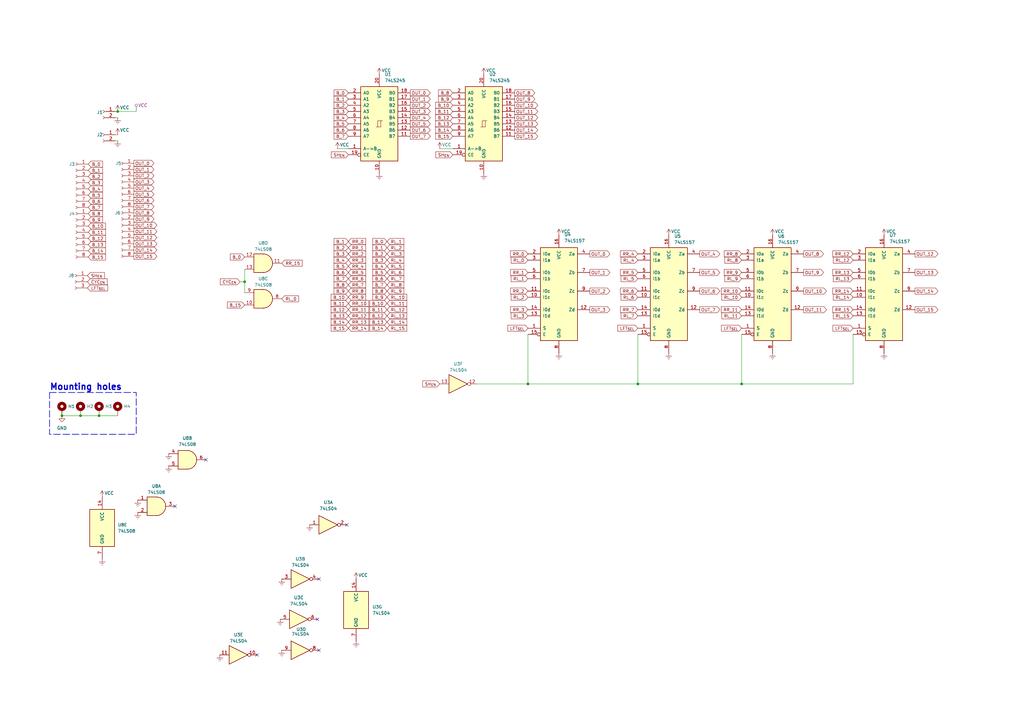
<source format=kicad_sch>
(kicad_sch (version 20231120) (generator "eeschema") (generator_version "8.0")
  (paper "A3")
  (lib_symbols
    (symbol "74xx:74LS04"
      (property "Reference" "U" (at 0 1.27 0))
      (property "Value" "74LS04" (at 0 -1.27 0))
      (symbol "74LS04_1_0"
        (pin input line (at -7.62 0 0) (length 3.81) (name "~") (number "1"))
        (pin output inverted (at 7.62 0 180) (length 3.81) (name "~") (number "2"))
      )
      (symbol "74LS04_2_0"
        (pin input line (at -7.62 0 0) (length 3.81) (name "~") (number "3"))
        (pin output inverted (at 7.62 0 180) (length 3.81) (name "~") (number "4"))
      )
      (symbol "74LS04_3_0"
        (pin input line (at -7.62 0 0) (length 3.81) (name "~") (number "5"))
        (pin output inverted (at 7.62 0 180) (length 3.81) (name "~") (number "6"))
      )
      (symbol "74LS04_4_0"
        (pin output inverted (at 7.62 0 180) (length 3.81) (name "~") (number "8"))
        (pin input line (at -7.62 0 0) (length 3.81) (name "~") (number "9"))
      )
      (symbol "74LS04_5_0"
        (pin output inverted (at 7.62 0 180) (length 3.81) (name "~") (number "10"))
        (pin input line (at -7.62 0 0) (length 3.81) (name "~") (number "11"))
      )
      (symbol "74LS04_6_0"
        (pin output inverted (at 7.62 0 180) (length 3.81) (name "~") (number "12"))
        (pin input line (at -7.62 0 0) (length 3.81) (name "~") (number "13"))
      )
      (symbol "74LS04_7_0"
        (pin power_in line (at 0 12.7 270) (length 5.08) (name "VCC") (number "14"))
        (pin power_in line (at 0 -12.7 90) (length 5.08) (name "GND") (number "7"))
      )
    )
    (symbol "74xx:74LS08" (pin_names (offset 1.016))
      (property "Reference" "U" (at 0 1.27 0))
      (property "Value" "74LS08" (at 0 -1.27 0))
      (symbol "74LS08_1_1"
        (pin input line (at -7.62 2.54 0) (length 3.81) (name "~") (number "1"))
        (pin input line (at -7.62 -2.54 0) (length 3.81) (name "~") (number "2"))
        (pin output line (at 7.62 0 180) (length 3.81) (name "~") (number "3"))
      )
      (symbol "74LS08_1_2"
        (pin input inverted (at -7.62 2.54 0) (length 4.318) (name "~") (number "1"))
        (pin input inverted (at -7.62 -2.54 0) (length 4.318) (name "~") (number "2"))
        (pin output inverted (at 7.62 0 180) (length 3.81) (name "~") (number "3"))
      )
      (symbol "74LS08_2_1"
        (pin input line (at -7.62 2.54 0) (length 3.81) (name "~") (number "4"))
        (pin input line (at -7.62 -2.54 0) (length 3.81) (name "~") (number "5"))
        (pin output line (at 7.62 0 180) (length 3.81) (name "~") (number "6"))
      )
      (symbol "74LS08_2_2"
        (pin input inverted (at -7.62 2.54 0) (length 4.318) (name "~") (number "4"))
        (pin input inverted (at -7.62 -2.54 0) (length 4.318) (name "~") (number "5"))
        (pin output inverted (at 7.62 0 180) (length 3.81) (name "~") (number "6"))
      )
      (symbol "74LS08_3_1"
        (pin input line (at -7.62 -2.54 0) (length 3.81) (name "~") (number "10"))
        (pin output line (at 7.62 0 180) (length 3.81) (name "~") (number "8"))
        (pin input line (at -7.62 2.54 0) (length 3.81) (name "~") (number "9"))
      )
      (symbol "74LS08_3_2"
        (pin input inverted (at -7.62 -2.54 0) (length 4.318) (name "~") (number "10"))
        (pin output inverted (at 7.62 0 180) (length 3.81) (name "~") (number "8"))
        (pin input inverted (at -7.62 2.54 0) (length 4.318) (name "~") (number "9"))
      )
      (symbol "74LS08_4_1"
        (pin output line (at 7.62 0 180) (length 3.81) (name "~") (number "11"))
        (pin input line (at -7.62 2.54 0) (length 3.81) (name "~") (number "12"))
        (pin input line (at -7.62 -2.54 0) (length 3.81) (name "~") (number "13"))
      )
      (symbol "74LS08_4_2"
        (pin output inverted (at 7.62 0 180) (length 3.81) (name "~") (number "11"))
        (pin input inverted (at -7.62 2.54 0) (length 4.318) (name "~") (number "12"))
        (pin input inverted (at -7.62 -2.54 0) (length 4.318) (name "~") (number "13"))
      )
      (symbol "74LS08_5_0"
        (pin power_in line (at 0 12.7 270) (length 5.08) (name "VCC") (number "14"))
        (pin power_in line (at 0 -12.7 90) (length 5.08) (name "GND") (number "7"))
      )
    )
    (symbol "74xx:74LS157" (pin_names (offset 1.016))
      (property "Reference" "U" (at -7.62 19.05 0))
      (property "Value" "74LS157" (at -7.62 -21.59 0))
      (symbol "74LS157_1_0"
        (pin input line (at -12.7 -15.24 0) (length 5.08) (name "S") (number "1"))
        (pin input line (at -12.7 -2.54 0) (length 5.08) (name "I1c") (number "10"))
        (pin input line (at -12.7 0 0) (length 5.08) (name "I0c") (number "11"))
        (pin output line (at 12.7 -7.62 180) (length 5.08) (name "Zd") (number "12"))
        (pin input line (at -12.7 -10.16 0) (length 5.08) (name "I1d") (number "13"))
        (pin input line (at -12.7 -7.62 0) (length 5.08) (name "I0d") (number "14"))
        (pin input inverted (at -12.7 -17.78 0) (length 5.08) (name "E") (number "15"))
        (pin power_in line (at 0 22.86 270) (length 5.08) (name "VCC") (number "16"))
        (pin input line (at -12.7 15.24 0) (length 5.08) (name "I0a") (number "2"))
        (pin input line (at -12.7 12.7 0) (length 5.08) (name "I1a") (number "3"))
        (pin output line (at 12.7 15.24 180) (length 5.08) (name "Za") (number "4"))
        (pin input line (at -12.7 7.62 0) (length 5.08) (name "I0b") (number "5"))
        (pin input line (at -12.7 5.08 0) (length 5.08) (name "I1b") (number "6"))
        (pin output line (at 12.7 7.62 180) (length 5.08) (name "Zb") (number "7"))
        (pin power_in line (at 0 -25.4 90) (length 5.08) (name "GND") (number "8"))
        (pin output line (at 12.7 0 180) (length 5.08) (name "Zc") (number "9"))
      )
    )
    (symbol "74xx:74LS245" (pin_names (offset 1.016))
      (property "Reference" "U" (at -7.62 16.51 0))
      (property "Value" "74LS245" (at -7.62 -16.51 0))
      (symbol "74LS245_1_0"
        (pin input line (at -12.7 -10.16 0) (length 5.08) (name "A->B") (number "1"))
        (pin power_in line (at 0 -20.32 90) (length 5.08) (name "GND") (number "10"))
        (pin tri_state line (at 12.7 -5.08 180) (length 5.08) (name "B7") (number "11"))
        (pin tri_state line (at 12.7 -2.54 180) (length 5.08) (name "B6") (number "12"))
        (pin tri_state line (at 12.7 0 180) (length 5.08) (name "B5") (number "13"))
        (pin tri_state line (at 12.7 2.54 180) (length 5.08) (name "B4") (number "14"))
        (pin tri_state line (at 12.7 5.08 180) (length 5.08) (name "B3") (number "15"))
        (pin tri_state line (at 12.7 7.62 180) (length 5.08) (name "B2") (number "16"))
        (pin tri_state line (at 12.7 10.16 180) (length 5.08) (name "B1") (number "17"))
        (pin tri_state line (at 12.7 12.7 180) (length 5.08) (name "B0") (number "18"))
        (pin input inverted (at -12.7 -12.7 0) (length 5.08) (name "CE") (number "19"))
        (pin tri_state line (at -12.7 12.7 0) (length 5.08) (name "A0") (number "2"))
        (pin power_in line (at 0 20.32 270) (length 5.08) (name "VCC") (number "20"))
        (pin tri_state line (at -12.7 10.16 0) (length 5.08) (name "A1") (number "3"))
        (pin tri_state line (at -12.7 7.62 0) (length 5.08) (name "A2") (number "4"))
        (pin tri_state line (at -12.7 5.08 0) (length 5.08) (name "A3") (number "5"))
        (pin tri_state line (at -12.7 2.54 0) (length 5.08) (name "A4") (number "6"))
        (pin tri_state line (at -12.7 0 0) (length 5.08) (name "A5") (number "7"))
        (pin tri_state line (at -12.7 -2.54 0) (length 5.08) (name "A6") (number "8"))
        (pin tri_state line (at -12.7 -5.08 0) (length 5.08) (name "A7") (number "9"))
      )
    )
    (symbol "Connector:Conn_01x02_Socket" (pin_names (offset 1.016) hide)
      (property "Reference" "J" (at 0 2.54 0))
      (property "Value" "Conn_01x02_Socket" (at 0 -5.08 0))
      (symbol "Conn_01x02_Socket_1_1"
        (pin passive line (at -5.08 0 0) (length 3.81) (name "Pin_1") (number "1"))
        (pin passive line (at -5.08 -2.54 0) (length 3.81) (name "Pin_2") (number "2"))
      )
    )
    (symbol "Connector:Conn_01x03_Socket" (pin_names (offset 1.016) hide)
      (property "Reference" "J" (at 0 5.08 0))
      (property "Value" "Conn_01x03_Socket" (at 0 -5.08 0))
      (symbol "Conn_01x03_Socket_1_1"
        (pin passive line (at -5.08 2.54 0) (length 3.81) (name "Pin_1") (number "1"))
        (pin passive line (at -5.08 0 0) (length 3.81) (name "Pin_2") (number "2"))
        (pin passive line (at -5.08 -2.54 0) (length 3.81) (name "Pin_3") (number "3"))
      )
    )
    (symbol "Connector:Conn_01x08_Socket" (pin_names (offset 1.016) hide)
      (property "Reference" "J" (at 0 10.16 0))
      (property "Value" "Conn_01x08_Socket" (at 0 -12.7 0))
      (symbol "Conn_01x08_Socket_1_1"
        (pin passive line (at -5.08 7.62 0) (length 3.81) (name "Pin_1") (number "1"))
        (pin passive line (at -5.08 5.08 0) (length 3.81) (name "Pin_2") (number "2"))
        (pin passive line (at -5.08 2.54 0) (length 3.81) (name "Pin_3") (number "3"))
        (pin passive line (at -5.08 0 0) (length 3.81) (name "Pin_4") (number "4"))
        (pin passive line (at -5.08 -2.54 0) (length 3.81) (name "Pin_5") (number "5"))
        (pin passive line (at -5.08 -5.08 0) (length 3.81) (name "Pin_6") (number "6"))
        (pin passive line (at -5.08 -7.62 0) (length 3.81) (name "Pin_7") (number "7"))
        (pin passive line (at -5.08 -10.16 0) (length 3.81) (name "Pin_8") (number "8"))
      )
    )
    (symbol "Mechanical:MountingHole_Pad" (pin_numbers hide) (pin_names (offset 1.016) hide) (exclude_from_sim yes) (in_bom no)
      (property "Reference" "H" (at 0 6.35 0))
      (property "Value" "MountingHole_Pad" (at 0 4.445 0))
      (symbol "MountingHole_Pad_1_1"
        (pin input line (at 0 -2.54 90) (length 2.54) (name "1") (number "1"))
      )
    )
    (symbol "power:Earth" (power) (pin_numbers hide) (pin_names (offset 0) hide)
      (property "Value" "Earth" (at 0 -3.81 0))
      (symbol "Earth_1_1"
        (pin power_in line (at 0 0 270) (length 0) (name "~") (number "1"))
      )
    )
    (symbol "power:GND" (power) (pin_numbers hide) (pin_names (offset 0) hide)
      (property "Value" "GND" (at 0 -3.81 0))
      (symbol "GND_1_1"
        (pin power_in line (at 0 0 270) (length 0) (name "~") (number "1"))
      )
    )
    (symbol "power:VCC" (power) (pin_numbers hide) (pin_names (offset 0) hide)
      (property "Value" "VCC" (at 0 3.556 0))
      (symbol "VCC_1_1"
        (pin power_in line (at 0 0 90) (length 0) (name "~") (number "1"))
      )
    )
  )
  (junction (at 48.26 45.72))
  (junction (at 33.02 170.4975))
  (junction (at 304.165 157.48))
  (junction (at 25.4 170.4975))
  (junction (at 261.62 157.48))
  (junction (at 40.64 170.4975))
  (junction (at 216.535 157.48))
  (junction (at 100.33 115.57))
  (no_connect (at 142.24 215.265))
  (no_connect (at 130.81 237.49))
  (no_connect (at 71.755 207.645))
  (no_connect (at 84.455 188.595))
  (no_connect (at 130.175 254))
  (no_connect (at 130.81 266.7))
  (no_connect (at 105.41 268.605))
  (wire (pts (xy 48.26 45.72) (xy 55.88 45.72)))
  (wire (pts (xy 33.02 170.4975) (xy 40.64 170.4975)))
  (wire (pts (xy 216.535 157.48) (xy 216.535 137.16)))
  (wire (pts (xy 100.33 115.57) (xy 100.33 110.49)))
  (wire (pts (xy 100.33 120.015) (xy 100.33 115.57)))
  (wire (pts (xy 98.425 115.57) (xy 100.33 115.57)))
  (wire (pts (xy 216.535 157.48) (xy 261.62 157.48)))
  (wire (pts (xy 48.26 45.72) (xy 47.3075 45.72)))
  (wire (pts (xy 48.26 48.26) (xy 47.3075 48.26)))
  (wire (pts (xy 25.4 170.4975) (xy 33.02 170.4975)))
  (wire (pts (xy 48.26 57.785) (xy 47.3075 57.785)))
  (wire (pts (xy 138.43 60.96) (xy 142.875 60.96)))
  (wire (pts (xy 195.58 157.48) (xy 216.535 157.48)))
  (wire (pts (xy 40.64 170.4975) (xy 48.26 170.4975)))
  (wire (pts (xy 48.26 55.245) (xy 47.3075 55.245)))
  (wire (pts (xy 304.165 157.48) (xy 349.885 157.48)))
  (wire (pts (xy 349.885 137.16) (xy 349.885 157.48)))
  (wire (pts (xy 180.34 60.96) (xy 185.7375 60.96)))
  (wire (pts (xy 261.62 157.48) (xy 261.62 137.16)))
  (wire (pts (xy 304.165 157.48) (xy 304.165 137.16)))
  (wire (pts (xy 261.62 157.48) (xy 304.165 157.48)))
  (rectangle (start 20.32 160.9725) (end 55.88 178.1175) (stroke (width 0.254) (type dash)))
  (text "Mounting holes" (at 20.32 158.8135 0) (effects (font (size 2.54 2.54) (thickness 0.508) (bold yes)) (justify left)))
  (global_label "OUT_7" (shape output) (at 168.275 55.88 0) (property "Intersheetrefs" "${INTERSHEET_REFS}" (effects (hide yes))))
  (global_label "RL_6" (shape input) (at 261.62 121.92 180) (property "Intersheetrefs" "${INTERSHEET_REFS}" (effects (hide yes))))
  (global_label "RR_14" (shape input) (at 142.875 134.62 0) (property "Intersheetrefs" "${INTERSHEET_REFS}" (effects (hide yes))))
  (global_label "B_3" (shape input) (at 142.875 45.72 180) (property "Intersheetrefs" "${INTERSHEET_REFS}" (effects (hide yes))))
  (global_label "B_8" (shape input) (at 36.195 87.63 0) (property "Intersheetrefs" "${INTERSHEET_REFS}" (effects (hide yes))))
  (global_label "OUT_14" (shape output) (at 375.285 119.38 0) (property "Intersheetrefs" "${INTERSHEET_REFS}" (effects (hide yes))))
  (global_label "RR_6" (shape input) (at 261.62 119.38 180) (property "Intersheetrefs" "${INTERSHEET_REFS}" (effects (hide yes))))
  (global_label "OUT_4" (shape output) (at 287.02 104.14 0) (property "Intersheetrefs" "${INTERSHEET_REFS}" (effects (hide yes))))
  (global_label "B_10" (shape input) (at 36.195 92.71 0) (property "Intersheetrefs" "${INTERSHEET_REFS}" (effects (hide yes))))
  (global_label "OUT_12" (shape output) (at 54.9275 97.4725 0) (property "Intersheetrefs" "${INTERSHEET_REFS}" (effects (hide yes))))
  (global_label "B_13" (shape input) (at 142.875 129.54 180) (property "Intersheetrefs" "${INTERSHEET_REFS}" (effects (hide yes))))
  (global_label "B_7" (shape input) (at 142.875 55.88 180) (property "Intersheetrefs" "${INTERSHEET_REFS}" (effects (hide yes))))
  (global_label "RR_8" (shape input) (at 304.165 104.14 180) (property "Intersheetrefs" "${INTERSHEET_REFS}" (effects (hide yes))))
  (global_label "SH_{EN}" (shape input) (at 142.875 63.5 180) (property "Intersheetrefs" "${INTERSHEET_REFS}" (effects (hide yes))))
  (global_label "B_13" (shape input) (at 185.7375 50.8 180) (property "Intersheetrefs" "${INTERSHEET_REFS}" (effects (hide yes))))
  (global_label "B_11" (shape input) (at 185.7375 45.72 180) (property "Intersheetrefs" "${INTERSHEET_REFS}" (effects (hide yes))))
  (global_label "OUT_1" (shape output) (at 241.935 111.76 0) (property "Intersheetrefs" "${INTERSHEET_REFS}" (effects (hide yes))))
  (global_label "RL_1" (shape input) (at 158.75 99.06 0) (property "Intersheetrefs" "${INTERSHEET_REFS}" (effects (hide yes))))
  (global_label "LFT_{SEL}" (shape input) (at 35.8775 118.11 0) (property "Intersheetrefs" "${INTERSHEET_REFS}" (effects (hide yes))))
  (global_label "RR_15" (shape input) (at 115.57 107.95 0) (property "Intersheetrefs" "${INTERSHEET_REFS}" (effects (hide yes))))
  (global_label "OUT_5" (shape output) (at 54.9275 79.6925 0) (property "Intersheetrefs" "${INTERSHEET_REFS}" (effects (hide yes))))
  (global_label "B_1" (shape input) (at 36.195 69.85 0) (property "Intersheetrefs" "${INTERSHEET_REFS}" (effects (hide yes))))
  (global_label "B_1" (shape input) (at 142.875 40.64 180) (property "Intersheetrefs" "${INTERSHEET_REFS}" (effects (hide yes))))
  (global_label "RL_10" (shape input) (at 304.165 121.92 180) (property "Intersheetrefs" "${INTERSHEET_REFS}" (effects (hide yes))))
  (global_label "RR_9" (shape input) (at 304.165 111.76 180) (property "Intersheetrefs" "${INTERSHEET_REFS}" (effects (hide yes))))
  (global_label "RL_2" (shape input) (at 158.75 101.6 0) (property "Intersheetrefs" "${INTERSHEET_REFS}" (effects (hide yes))))
  (global_label "LFT_{SEL}" (shape input) (at 216.535 134.62 180) (property "Intersheetrefs" "${INTERSHEET_REFS}" (effects (hide yes))))
  (global_label "B_11" (shape input) (at 36.195 95.25 0) (property "Intersheetrefs" "${INTERSHEET_REFS}" (effects (hide yes))))
  (global_label "RL_5" (shape input) (at 261.62 114.3 180) (property "Intersheetrefs" "${INTERSHEET_REFS}" (effects (hide yes))))
  (global_label "LFT_{SEL}" (shape input) (at 349.885 134.62 180) (property "Intersheetrefs" "${INTERSHEET_REFS}" (effects (hide yes))))
  (global_label "B_11" (shape input) (at 142.875 124.46 180) (property "Intersheetrefs" "${INTERSHEET_REFS}" (effects (hide yes))))
  (global_label "B_15" (shape input) (at 142.875 134.62 180) (property "Intersheetrefs" "${INTERSHEET_REFS}" (effects (hide yes))))
  (global_label "B_15" (shape input) (at 185.7375 55.88 180) (property "Intersheetrefs" "${INTERSHEET_REFS}" (effects (hide yes))))
  (global_label "RL_4" (shape input) (at 158.75 106.68 0) (property "Intersheetrefs" "${INTERSHEET_REFS}" (effects (hide yes))))
  (global_label "RR_13" (shape input) (at 349.885 111.76 180) (property "Intersheetrefs" "${INTERSHEET_REFS}" (effects (hide yes))))
  (global_label "RL_12" (shape input) (at 158.75 127 0) (property "Intersheetrefs" "${INTERSHEET_REFS}" (effects (hide yes))))
  (global_label "RR_10" (shape input) (at 142.875 124.46 0) (property "Intersheetrefs" "${INTERSHEET_REFS}" (effects (hide yes))))
  (global_label "RR_2" (shape input) (at 142.875 104.14 0) (property "Intersheetrefs" "${INTERSHEET_REFS}" (effects (hide yes))))
  (global_label "B_7" (shape input) (at 142.875 114.3 180) (property "Intersheetrefs" "${INTERSHEET_REFS}" (effects (hide yes))))
  (global_label "B_13" (shape input) (at 36.195 100.33 0) (property "Intersheetrefs" "${INTERSHEET_REFS}" (effects (hide yes))))
  (global_label "RR_12" (shape input) (at 142.875 129.54 0) (property "Intersheetrefs" "${INTERSHEET_REFS}" (effects (hide yes))))
  (global_label "RR_0" (shape input) (at 142.875 99.06 0) (property "Intersheetrefs" "${INTERSHEET_REFS}" (effects (hide yes))))
  (global_label "SH_{EN}" (shape input) (at 180.34 157.48 180) (property "Intersheetrefs" "${INTERSHEET_REFS}" (effects (hide yes))))
  (global_label "B_4" (shape input) (at 36.195 77.47 0) (property "Intersheetrefs" "${INTERSHEET_REFS}" (effects (hide yes))))
  (global_label "OUT_7" (shape output) (at 287.02 127 0) (property "Intersheetrefs" "${INTERSHEET_REFS}" (effects (hide yes))))
  (global_label "OUT_10" (shape output) (at 54.9275 92.3925 0) (property "Intersheetrefs" "${INTERSHEET_REFS}" (effects (hide yes))))
  (global_label "RL_0" (shape input) (at 115.57 122.555 0) (property "Intersheetrefs" "${INTERSHEET_REFS}" (effects (hide yes))))
  (global_label "RR_1" (shape input) (at 216.535 111.76 180) (property "Intersheetrefs" "${INTERSHEET_REFS}" (effects (hide yes))))
  (global_label "OUT_3" (shape output) (at 54.9275 74.6125 0) (property "Intersheetrefs" "${INTERSHEET_REFS}" (effects (hide yes))))
  (global_label "RR_11" (shape input) (at 142.875 127 0) (property "Intersheetrefs" "${INTERSHEET_REFS}" (effects (hide yes))))
  (global_label "RR_10" (shape input) (at 304.165 119.38 180) (property "Intersheetrefs" "${INTERSHEET_REFS}" (effects (hide yes))))
  (global_label "RL_5" (shape input) (at 158.75 109.22 0) (property "Intersheetrefs" "${INTERSHEET_REFS}" (effects (hide yes))))
  (global_label "RL_14" (shape input) (at 158.75 132.08 0) (property "Intersheetrefs" "${INTERSHEET_REFS}" (effects (hide yes))))
  (global_label "B_12" (shape input) (at 158.75 129.54 180) (property "Intersheetrefs" "${INTERSHEET_REFS}" (effects (hide yes))))
  (global_label "B_6" (shape input) (at 142.875 111.76 180) (property "Intersheetrefs" "${INTERSHEET_REFS}" (effects (hide yes))))
  (global_label "RL_7" (shape input) (at 158.75 114.3 0) (property "Intersheetrefs" "${INTERSHEET_REFS}" (effects (hide yes))))
  (global_label "B_6" (shape input) (at 36.195 82.55 0) (property "Intersheetrefs" "${INTERSHEET_REFS}" (effects (hide yes))))
  (global_label "B_2" (shape input) (at 142.875 43.18 180) (property "Intersheetrefs" "${INTERSHEET_REFS}" (effects (hide yes))))
  (global_label "RR_0" (shape input) (at 216.535 104.14 180) (property "Intersheetrefs" "${INTERSHEET_REFS}" (effects (hide yes))))
  (global_label "B_4" (shape input) (at 142.875 106.68 180) (property "Intersheetrefs" "${INTERSHEET_REFS}" (effects (hide yes))))
  (global_label "RL_0" (shape input) (at 216.535 106.68 180) (property "Intersheetrefs" "${INTERSHEET_REFS}" (effects (hide yes))))
  (global_label "B_14" (shape input) (at 36.195 102.87 0) (property "Intersheetrefs" "${INTERSHEET_REFS}" (effects (hide yes))))
  (global_label "B_14" (shape input) (at 142.875 132.08 180) (property "Intersheetrefs" "${INTERSHEET_REFS}" (effects (hide yes))))
  (global_label "B_13" (shape input) (at 158.75 132.08 180) (property "Intersheetrefs" "${INTERSHEET_REFS}" (effects (hide yes))))
  (global_label "B_8" (shape input) (at 142.875 116.84 180) (property "Intersheetrefs" "${INTERSHEET_REFS}" (effects (hide yes))))
  (global_label "RR_7" (shape input) (at 142.875 116.84 0) (property "Intersheetrefs" "${INTERSHEET_REFS}" (effects (hide yes))))
  (global_label "B_5" (shape input) (at 158.75 111.76 180) (property "Intersheetrefs" "${INTERSHEET_REFS}" (effects (hide yes))))
  (global_label "B_4" (shape input) (at 142.875 48.26 180) (property "Intersheetrefs" "${INTERSHEET_REFS}" (effects (hide yes))))
  (global_label "B_5" (shape input) (at 142.875 109.22 180) (property "Intersheetrefs" "${INTERSHEET_REFS}" (effects (hide yes))))
  (global_label "RR_5" (shape input) (at 261.62 111.76 180) (property "Intersheetrefs" "${INTERSHEET_REFS}" (effects (hide yes))))
  (global_label "RL_13" (shape input) (at 349.885 114.3 180) (property "Intersheetrefs" "${INTERSHEET_REFS}" (effects (hide yes))))
  (global_label "B_1" (shape input) (at 158.75 101.6 180) (property "Intersheetrefs" "${INTERSHEET_REFS}" (effects (hide yes))))
  (global_label "RL_9" (shape input) (at 304.165 114.3 180) (property "Intersheetrefs" "${INTERSHEET_REFS}" (effects (hide yes))))
  (global_label "OUT_9" (shape output) (at 54.9275 89.8525 0) (property "Intersheetrefs" "${INTERSHEET_REFS}" (effects (hide yes))))
  (global_label "OUT_12" (shape output) (at 211.1375 48.26 0) (property "Intersheetrefs" "${INTERSHEET_REFS}" (effects (hide yes))))
  (global_label "RR_13" (shape input) (at 142.875 132.08 0) (property "Intersheetrefs" "${INTERSHEET_REFS}" (effects (hide yes))))
  (global_label "B_12" (shape input) (at 36.195 97.79 0) (property "Intersheetrefs" "${INTERSHEET_REFS}" (effects (hide yes))))
  (global_label "OUT_9" (shape output) (at 329.565 111.76 0) (property "Intersheetrefs" "${INTERSHEET_REFS}" (effects (hide yes))))
  (global_label "OUT_4" (shape output) (at 168.275 48.26 0) (property "Intersheetrefs" "${INTERSHEET_REFS}" (effects (hide yes))))
  (global_label "RR_3" (shape input) (at 216.535 127 180) (property "Intersheetrefs" "${INTERSHEET_REFS}" (effects (hide yes))))
  (global_label "B_3" (shape input) (at 158.75 106.68 180) (property "Intersheetrefs" "${INTERSHEET_REFS}" (effects (hide yes))))
  (global_label "B_9" (shape input) (at 158.75 121.92 180) (property "Intersheetrefs" "${INTERSHEET_REFS}" (effects (hide yes))))
  (global_label "CYC_{EN}" (shape input) (at 35.8775 115.57 0) (property "Intersheetrefs" "${INTERSHEET_REFS}" (effects (hide yes))))
  (global_label "RL_3" (shape input) (at 216.535 129.54 180) (property "Intersheetrefs" "${INTERSHEET_REFS}" (effects (hide yes))))
  (global_label "RL_9" (shape input) (at 158.75 119.38 0) (property "Intersheetrefs" "${INTERSHEET_REFS}" (effects (hide yes))))
  (global_label "B_10" (shape input) (at 142.875 121.92 180) (property "Intersheetrefs" "${INTERSHEET_REFS}" (effects (hide yes))))
  (global_label "RR_9" (shape input) (at 142.875 121.92 0) (property "Intersheetrefs" "${INTERSHEET_REFS}" (effects (hide yes))))
  (global_label "RR_3" (shape input) (at 142.875 106.68 0) (property "Intersheetrefs" "${INTERSHEET_REFS}" (effects (hide yes))))
  (global_label "OUT_15" (shape output) (at 211.1375 55.88 0) (property "Intersheetrefs" "${INTERSHEET_REFS}" (effects (hide yes))))
  (global_label "OUT_6" (shape output) (at 287.02 119.38 0) (property "Intersheetrefs" "${INTERSHEET_REFS}" (effects (hide yes))))
  (global_label "B_11" (shape input) (at 158.75 127 180) (property "Intersheetrefs" "${INTERSHEET_REFS}" (effects (hide yes))))
  (global_label "B_9" (shape input) (at 185.7375 40.64 180) (property "Intersheetrefs" "${INTERSHEET_REFS}" (effects (hide yes))))
  (global_label "OUT_1" (shape output) (at 54.9275 69.5325 0) (property "Intersheetrefs" "${INTERSHEET_REFS}" (effects (hide yes))))
  (global_label "B_14" (shape input) (at 158.75 134.62 180) (property "Intersheetrefs" "${INTERSHEET_REFS}" (effects (hide yes))))
  (global_label "B_0" (shape input) (at 142.875 38.1 180) (property "Intersheetrefs" "${INTERSHEET_REFS}" (effects (hide yes))))
  (global_label "B_2" (shape input) (at 158.75 104.14 180) (property "Intersheetrefs" "${INTERSHEET_REFS}" (effects (hide yes))))
  (global_label "OUT_8" (shape output) (at 211.1375 38.1 0) (property "Intersheetrefs" "${INTERSHEET_REFS}" (effects (hide yes))))
  (global_label "B_9" (shape input) (at 36.195 90.17 0) (property "Intersheetrefs" "${INTERSHEET_REFS}" (effects (hide yes))))
  (global_label "RL_11" (shape input) (at 158.75 124.46 0) (property "Intersheetrefs" "${INTERSHEET_REFS}" (effects (hide yes))))
  (global_label "OUT_6" (shape output) (at 168.275 53.34 0) (property "Intersheetrefs" "${INTERSHEET_REFS}" (effects (hide yes))))
  (global_label "B_3" (shape input) (at 36.195 74.93 0) (property "Intersheetrefs" "${INTERSHEET_REFS}" (effects (hide yes))))
  (global_label "OUT_3" (shape output) (at 241.935 127 0) (property "Intersheetrefs" "${INTERSHEET_REFS}" (effects (hide yes))))
  (global_label "RL_8" (shape input) (at 158.75 116.84 0) (property "Intersheetrefs" "${INTERSHEET_REFS}" (effects (hide yes))))
  (global_label "CYC_{EN}" (shape input) (at 98.425 115.57 180) (property "Intersheetrefs" "${INTERSHEET_REFS}" (effects (hide yes))))
  (global_label "RL_12" (shape input) (at 349.885 106.68 180) (property "Intersheetrefs" "${INTERSHEET_REFS}" (effects (hide yes))))
  (global_label "RR_4" (shape input) (at 142.875 109.22 0) (property "Intersheetrefs" "${INTERSHEET_REFS}" (effects (hide yes))))
  (global_label "RL_1" (shape input) (at 216.535 114.3 180) (property "Intersheetrefs" "${INTERSHEET_REFS}" (effects (hide yes))))
  (global_label "B_10" (shape input) (at 158.75 124.46 180) (property "Intersheetrefs" "${INTERSHEET_REFS}" (effects (hide yes))))
  (global_label "B_9" (shape input) (at 142.875 119.38 180) (property "Intersheetrefs" "${INTERSHEET_REFS}" (effects (hide yes))))
  (global_label "B_6" (shape input) (at 142.875 53.34 180) (property "Intersheetrefs" "${INTERSHEET_REFS}" (effects (hide yes))))
  (global_label "OUT_5" (shape output) (at 168.275 50.8 0) (property "Intersheetrefs" "${INTERSHEET_REFS}" (effects (hide yes))))
  (global_label "LFT_{SEL}" (shape input) (at 304.165 134.62 180) (property "Intersheetrefs" "${INTERSHEET_REFS}" (effects (hide yes))))
  (global_label "RR_2" (shape input) (at 216.535 119.38 180) (property "Intersheetrefs" "${INTERSHEET_REFS}" (effects (hide yes))))
  (global_label "B_4" (shape input) (at 158.75 109.22 180) (property "Intersheetrefs" "${INTERSHEET_REFS}" (effects (hide yes))))
  (global_label "RL_2" (shape input) (at 216.535 121.92 180) (property "Intersheetrefs" "${INTERSHEET_REFS}" (effects (hide yes))))
  (global_label "OUT_6" (shape output) (at 54.9275 82.2325 0) (property "Intersheetrefs" "${INTERSHEET_REFS}" (effects (hide yes))))
  (global_label "B_12" (shape input) (at 185.7375 48.26 180) (property "Intersheetrefs" "${INTERSHEET_REFS}" (effects (hide yes))))
  (global_label "RL_15" (shape input) (at 349.885 129.54 180) (property "Intersheetrefs" "${INTERSHEET_REFS}" (effects (hide yes))))
  (global_label "B_3" (shape input) (at 142.875 104.14 180) (property "Intersheetrefs" "${INTERSHEET_REFS}" (effects (hide yes))))
  (global_label "LFT_{SEL}" (shape input) (at 261.62 134.62 180) (property "Intersheetrefs" "${INTERSHEET_REFS}" (effects (hide yes))))
  (global_label "OUT_15" (shape output) (at 54.9275 105.0925 0) (property "Intersheetrefs" "${INTERSHEET_REFS}" (effects (hide yes))))
  (global_label "RR_7" (shape input) (at 261.62 127 180) (property "Intersheetrefs" "${INTERSHEET_REFS}" (effects (hide yes))))
  (global_label "OUT_8" (shape output) (at 329.565 104.14 0) (property "Intersheetrefs" "${INTERSHEET_REFS}" (effects (hide yes))))
  (global_label "RL_14" (shape input) (at 349.885 121.92 180) (property "Intersheetrefs" "${INTERSHEET_REFS}" (effects (hide yes))))
  (global_label "OUT_10" (shape output) (at 329.565 119.38 0) (property "Intersheetrefs" "${INTERSHEET_REFS}" (effects (hide yes))))
  (global_label "OUT_11" (shape output) (at 54.9275 94.9325 0) (property "Intersheetrefs" "${INTERSHEET_REFS}" (effects (hide yes))))
  (global_label "B_10" (shape input) (at 185.7375 43.18 180) (property "Intersheetrefs" "${INTERSHEET_REFS}" (effects (hide yes))))
  (global_label "B_7" (shape input) (at 36.195 85.09 0) (property "Intersheetrefs" "${INTERSHEET_REFS}" (effects (hide yes))))
  (global_label "RR_12" (shape input) (at 349.885 104.14 180) (property "Intersheetrefs" "${INTERSHEET_REFS}" (effects (hide yes))))
  (global_label "OUT_0" (shape output) (at 241.935 104.14 0) (property "Intersheetrefs" "${INTERSHEET_REFS}" (effects (hide yes))))
  (global_label "RR_6" (shape input) (at 142.875 114.3 0) (property "Intersheetrefs" "${INTERSHEET_REFS}" (effects (hide yes))))
  (global_label "B_5" (shape input) (at 142.875 50.8 180) (property "Intersheetrefs" "${INTERSHEET_REFS}" (effects (hide yes))))
  (global_label "SH_{EN}" (shape input) (at 185.7375 63.5 180) (property "Intersheetrefs" "${INTERSHEET_REFS}" (effects (hide yes))))
  (global_label "B_1" (shape input) (at 142.875 99.06 180) (property "Intersheetrefs" "${INTERSHEET_REFS}" (effects (hide yes))))
  (global_label "OUT_14" (shape output) (at 211.1375 53.34 0) (property "Intersheetrefs" "${INTERSHEET_REFS}" (effects (hide yes))))
  (global_label "B_15" (shape input) (at 36.195 105.41 0) (property "Intersheetrefs" "${INTERSHEET_REFS}" (effects (hide yes))))
  (global_label "RR_8" (shape input) (at 142.875 119.38 0) (property "Intersheetrefs" "${INTERSHEET_REFS}" (effects (hide yes))))
  (global_label "OUT_3" (shape output) (at 168.275 45.72 0) (property "Intersheetrefs" "${INTERSHEET_REFS}" (effects (hide yes))))
  (global_label "OUT_13" (shape output) (at 211.1375 50.8 0) (property "Intersheetrefs" "${INTERSHEET_REFS}" (effects (hide yes))))
  (global_label "OUT_13" (shape output) (at 375.285 111.76 0) (property "Intersheetrefs" "${INTERSHEET_REFS}" (effects (hide yes))))
  (global_label "RR_4" (shape input) (at 261.62 104.14 180) (property "Intersheetrefs" "${INTERSHEET_REFS}" (effects (hide yes))))
  (global_label "RL_3" (shape input) (at 158.75 104.14 0) (property "Intersheetrefs" "${INTERSHEET_REFS}" (effects (hide yes))))
  (global_label "OUT_14" (shape output) (at 54.9275 102.5525 0) (property "Intersheetrefs" "${INTERSHEET_REFS}" (effects (hide yes))))
  (global_label "RR_1" (shape input) (at 142.875 101.6 0) (property "Intersheetrefs" "${INTERSHEET_REFS}" (effects (hide yes))))
  (global_label "OUT_1" (shape output) (at 168.275 40.64 0) (property "Intersheetrefs" "${INTERSHEET_REFS}" (effects (hide yes))))
  (global_label "RR_5" (shape input) (at 142.875 111.76 0) (property "Intersheetrefs" "${INTERSHEET_REFS}" (effects (hide yes))))
  (global_label "OUT_0" (shape output) (at 168.275 38.1 0) (property "Intersheetrefs" "${INTERSHEET_REFS}" (effects (hide yes))))
  (global_label "OUT_8" (shape output) (at 54.9275 87.3125 0) (property "Intersheetrefs" "${INTERSHEET_REFS}" (effects (hide yes))))
  (global_label "OUT_11" (shape output) (at 329.565 127 0) (property "Intersheetrefs" "${INTERSHEET_REFS}" (effects (hide yes))))
  (global_label "OUT_2" (shape output) (at 241.935 119.38 0) (property "Intersheetrefs" "${INTERSHEET_REFS}" (effects (hide yes))))
  (global_label "B_14" (shape input) (at 185.7375 53.34 180) (property "Intersheetrefs" "${INTERSHEET_REFS}" (effects (hide yes))))
  (global_label "OUT_9" (shape output) (at 211.1375 40.64 0) (property "Intersheetrefs" "${INTERSHEET_REFS}" (effects (hide yes))))
  (global_label "B_0" (shape input) (at 100.33 105.41 180) (property "Intersheetrefs" "${INTERSHEET_REFS}" (effects (hide yes))))
  (global_label "SH_{EN}" (shape input) (at 35.8775 113.03 0) (property "Intersheetrefs" "${INTERSHEET_REFS}" (effects (hide yes))))
  (global_label "RR_11" (shape input) (at 304.165 127 180) (property "Intersheetrefs" "${INTERSHEET_REFS}" (effects (hide yes))))
  (global_label "OUT_7" (shape output) (at 54.9275 84.7725 0) (property "Intersheetrefs" "${INTERSHEET_REFS}" (effects (hide yes))))
  (global_label "OUT_10" (shape output) (at 211.1375 43.18 0) (property "Intersheetrefs" "${INTERSHEET_REFS}" (effects (hide yes))))
  (global_label "RL_11" (shape input) (at 304.165 129.54 180) (property "Intersheetrefs" "${INTERSHEET_REFS}" (effects (hide yes))))
  (global_label "OUT_13" (shape output) (at 54.9275 100.0125 0) (property "Intersheetrefs" "${INTERSHEET_REFS}" (effects (hide yes))))
  (global_label "B_8" (shape input) (at 185.7375 38.1 180) (property "Intersheetrefs" "${INTERSHEET_REFS}" (effects (hide yes))))
  (global_label "B_2" (shape input) (at 142.875 101.6 180) (property "Intersheetrefs" "${INTERSHEET_REFS}" (effects (hide yes))))
  (global_label "RL_13" (shape input) (at 158.75 129.54 0) (property "Intersheetrefs" "${INTERSHEET_REFS}" (effects (hide yes))))
  (global_label "RL_6" (shape input) (at 158.75 111.76 0) (property "Intersheetrefs" "${INTERSHEET_REFS}" (effects (hide yes))))
  (global_label "OUT_11" (shape output) (at 211.1375 45.72 0) (property "Intersheetrefs" "${INTERSHEET_REFS}" (effects (hide yes))))
  (global_label "RR_14" (shape input) (at 349.885 119.38 180) (property "Intersheetrefs" "${INTERSHEET_REFS}" (effects (hide yes))))
  (global_label "RL_15" (shape input) (at 158.75 134.62 0) (property "Intersheetrefs" "${INTERSHEET_REFS}" (effects (hide yes))))
  (global_label "RL_8" (shape input) (at 304.165 106.68 180) (property "Intersheetrefs" "${INTERSHEET_REFS}" (effects (hide yes))))
  (global_label "OUT_2" (shape output) (at 168.275 43.18 0) (property "Intersheetrefs" "${INTERSHEET_REFS}" (effects (hide yes))))
  (global_label "B_0" (shape input) (at 158.75 99.06 180) (property "Intersheetrefs" "${INTERSHEET_REFS}" (effects (hide yes))))
  (global_label "OUT_4" (shape output) (at 54.9275 77.1525 0) (property "Intersheetrefs" "${INTERSHEET_REFS}" (effects (hide yes))))
  (global_label "OUT_5" (shape output) (at 287.02 111.76 0) (property "Intersheetrefs" "${INTERSHEET_REFS}" (effects (hide yes))))
  (global_label "B_8" (shape input) (at 158.75 119.38 180) (property "Intersheetrefs" "${INTERSHEET_REFS}" (effects (hide yes))))
  (global_label "B_0" (shape input) (at 36.195 67.31 0) (property "Intersheetrefs" "${INTERSHEET_REFS}" (effects (hide yes))))
  (global_label "B_12" (shape input) (at 142.875 127 180) (property "Intersheetrefs" "${INTERSHEET_REFS}" (effects (hide yes))))
  (global_label "B_6" (shape input) (at 158.75 114.3 180) (property "Intersheetrefs" "${INTERSHEET_REFS}" (effects (hide yes))))
  (global_label "B_5" (shape input) (at 36.195 80.01 0) (property "Intersheetrefs" "${INTERSHEET_REFS}" (effects (hide yes))))
  (global_label "OUT_2" (shape output) (at 54.9275 72.0725 0) (property "Intersheetrefs" "${INTERSHEET_REFS}" (effects (hide yes))))
  (global_label "OUT_15" (shape output) (at 375.285 127 0) (property "Intersheetrefs" "${INTERSHEET_REFS}" (effects (hide yes))))
  (global_label "B_7" (shape input) (at 158.75 116.84 180) (property "Intersheetrefs" "${INTERSHEET_REFS}" (effects (hide yes))))
  (global_label "B_2" (shape input) (at 36.195 72.39 0) (property "Intersheetrefs" "${INTERSHEET_REFS}" (effects (hide yes))))
  (global_label "RR_15" (shape input) (at 349.885 127 180) (property "Intersheetrefs" "${INTERSHEET_REFS}" (effects (hide yes))))
  (global_label "RL_7" (shape input) (at 261.62 129.54 180) (property "Intersheetrefs" "${INTERSHEET_REFS}" (effects (hide yes))))
  (global_label "OUT_0" (shape output) (at 54.9275 66.9925 0) (property "Intersheetrefs" "${INTERSHEET_REFS}" (effects (hide yes))))
  (global_label "OUT_12" (shape output) (at 375.285 104.14 0) (property "Intersheetrefs" "${INTERSHEET_REFS}" (effects (hide yes))))
  (global_label "B_15" (shape input) (at 100.33 125.095 180) (property "Intersheetrefs" "${INTERSHEET_REFS}" (effects (hide yes))))
  (global_label "RL_10" (shape input) (at 158.75 121.92 0) (property "Intersheetrefs" "${INTERSHEET_REFS}" (effects (hide yes))))
  (global_label "RL_4" (shape input) (at 261.62 106.68 180) (property "Intersheetrefs" "${INTERSHEET_REFS}" (effects (hide yes))))
  (netclass_flag "" (length 2.54) (shape round) (at 55.88 45.72 0) (property "Netclass" "VCC" (at 56.5785 43.18 0) (effects (font (italic yes)) (justify left))))
  (symbol (lib_id "74xx:74LS157") (at 316.865 119.38 0) (unit 1)
    (property "Reference" "U6" (at 319.0591 96.8375 0) (effects (justify left)))
    (property "Value" "74LS157" (at 319.0591 99.3775 0) (effects (justify left)))
    (property "Footprint" "Package_DIP:DIP-16_W7.62mm_Socket_LongPads" (effects (hide yes)))
    (property "Datasheet" "http://www.ti.com/lit/gpn/sn74LS157" (effects (hide yes)))
    (property "Description" "Quad 2 to 1 line Multiplexer" (effects (hide yes)))
  )
  (symbol (lib_id "74xx:74LS157") (at 362.585 119.38 0) (unit 1)
    (property "Reference" "U7" (at 364.7791 96.52 0) (effects (justify left)))
    (property "Value" "74LS157" (at 364.7791 99.06 0) (effects (justify left)))
    (property "Footprint" "Package_DIP:DIP-16_W7.62mm_Socket_LongPads" (effects (hide yes)))
    (property "Datasheet" "http://www.ti.com/lit/gpn/sn74LS157" (effects (hide yes)))
    (property "Description" "Quad 2 to 1 line Multiplexer" (effects (hide yes)))
  )
  (symbol (lib_id "Connector:Conn_01x03_Socket") (at 30.7975 115.57 0) (mirror y) (unit 1)
    (property "Reference" "J8" (at 29.21 113.03 0))
    (property "Value" "Conn_01x03_Socket" (effects (hide yes)))
    (property "Footprint" "Connector_JST:JST_XH_S3B-XH-A-1_1x03_P2.50mm_Horizontal" (effects (hide yes)))
    (property "Description" "Generic connector, single row, 01x03, script generated" (effects (hide yes)))
  )
  (symbol (lib_id "Mechanical:MountingHole_Pad") (at 25.4 167.9575 0) (unit 1) (exclude_from_sim yes) (in_bom no)
    (property "Reference" "H1" (at 27.94 166.6874 0) (effects (justify left)))
    (property "Value" "MountingHole_Pad" (effects (hide yes)))
    (property "Footprint" "MountingHole:MountingHole_2.2mm_M2_DIN965_Pad" (effects (hide yes)))
    (property "Description" "Mounting Hole with connection" (effects (hide yes)))
  )
  (symbol (lib_id "power:VCC") (at 48.26 55.245 0) (unit 1)
    (property "Reference" "#PWR04" (effects (hide yes)))
    (property "Value" "VCC" (at 51.1175 53.34 0))
    (property "Description" "Power symbol creates a global label with name \"VCC\"" (effects (hide yes)))
  )
  (symbol (lib_id "74xx:74LS245") (at 155.575 50.8 0) (unit 1)
    (property "Reference" "U1" (at 157.7691 30.48 0) (effects (justify left)))
    (property "Value" "74LS245" (at 157.7691 33.02 0) (effects (justify left)))
    (property "Footprint" "Package_DIP:DIP-20_W7.62mm_Socket_LongPads" (effects (hide yes)))
    (property "Datasheet" "http://www.ti.com/lit/gpn/sn74LS245" (effects (hide yes)))
    (property "Description" "Octal BUS Transceivers, 3-State outputs" (effects (hide yes)))
  )
  (symbol (lib_id "power:VCC") (at 229.235 96.52 0) (unit 1)
    (property "Reference" "#PWR016" (effects (hide yes)))
    (property "Value" "VCC" (at 232.0925 94.9325 0))
    (property "Description" "Power symbol creates a global label with name \"VCC\"" (effects (hide yes)))
  )
  (symbol (lib_id "power:Earth") (at 41.91 229.235 0) (unit 1)
    (property "Reference" "#PWR021" (effects (hide yes)))
    (property "Value" "GND" (effects (hide yes)))
    (property "Description" "Power symbol creates a global label with name \"Earth\"" (effects (hide yes)))
  )
  (symbol (lib_id "power:Earth") (at 274.32 144.78 0) (unit 1)
    (property "Reference" "#PWR013" (effects (hide yes)))
    (property "Value" "GND" (effects (hide yes)))
    (property "Description" "Power symbol creates a global label with name \"Earth\"" (effects (hide yes)))
  )
  (symbol (lib_id "power:VCC") (at 146.05 237.49 0) (unit 1)
    (property "Reference" "#PWR023" (effects (hide yes)))
    (property "Value" "VCC" (at 148.9075 235.9025 0))
    (property "Description" "Power symbol creates a global label with name \"VCC\"" (effects (hide yes)))
  )
  (symbol (lib_id "power:Earth") (at 69.215 186.055 0) (unit 1)
    (property "Reference" "#PWR032" (effects (hide yes)))
    (property "Value" "GND" (effects (hide yes)))
    (property "Description" "Power symbol creates a global label with name \"Earth\"" (effects (hide yes)))
  )
  (symbol (lib_id "74xx:74LS157") (at 274.32 119.38 0) (unit 1)
    (property "Reference" "U5" (at 276.5141 96.8375 0) (effects (justify left)))
    (property "Value" "74LS157" (at 276.5141 99.3775 0) (effects (justify left)))
    (property "Footprint" "Package_DIP:DIP-16_W7.62mm_Socket_LongPads" (effects (hide yes)))
    (property "Datasheet" "http://www.ti.com/lit/gpn/sn74LS157" (effects (hide yes)))
    (property "Description" "Quad 2 to 1 line Multiplexer" (effects (hide yes)))
  )
  (symbol (lib_id "74xx:74LS157") (at 229.235 119.38 0) (unit 1)
    (property "Reference" "U4" (at 231.4291 96.2025 0) (effects (justify left)))
    (property "Value" "74LS157" (at 231.4291 98.7425 0) (effects (justify left)))
    (property "Footprint" "Package_DIP:DIP-16_W7.62mm_Socket_LongPads" (effects (hide yes)))
    (property "Datasheet" "http://www.ti.com/lit/gpn/sn74LS157" (effects (hide yes)))
    (property "Description" "Quad 2 to 1 line Multiplexer" (effects (hide yes)))
  )
  (symbol (lib_id "power:VCC") (at 48.26 45.72 0) (unit 1)
    (property "Reference" "#PWR03" (effects (hide yes)))
    (property "Value" "VCC" (at 51.1175 44.1325 0))
    (property "Description" "Power symbol creates a global label with name \"VCC\"" (effects (hide yes)))
  )
  (symbol (lib_id "74xx:74LS04") (at 97.79 268.605 0) (unit 5)
    (property "Reference" "U3" (at 97.79 260.35 0))
    (property "Value" "74LS04" (at 97.79 262.89 0))
    (property "Footprint" "Package_DIP:DIP-14_W7.62mm_Socket_LongPads" (effects (hide yes)))
    (property "Datasheet" "http://www.ti.com/lit/gpn/sn74LS04" (effects (hide yes)))
    (property "Description" "Hex Inverter" (effects (hide yes)))
  )
  (symbol (lib_id "Mechanical:MountingHole_Pad") (at 33.02 167.9575 0) (unit 1) (exclude_from_sim yes) (in_bom no)
    (property "Reference" "H2" (at 35.56 166.6874 0) (effects (justify left)))
    (property "Value" "MountingHole_Pad" (effects (hide yes)))
    (property "Footprint" "MountingHole:MountingHole_2.2mm_M2_DIN965_Pad" (effects (hide yes)))
    (property "Description" "Mounting Hole with connection" (effects (hide yes)))
  )
  (symbol (lib_id "power:Earth") (at 127 215.265 0) (unit 1)
    (property "Reference" "#PWR028" (effects (hide yes)))
    (property "Value" "GND" (effects (hide yes)))
    (property "Description" "Power symbol creates a global label with name \"Earth\"" (effects (hide yes)))
  )
  (symbol (lib_id "power:VCC") (at 274.32 96.52 0) (unit 1)
    (property "Reference" "#PWR017" (effects (hide yes)))
    (property "Value" "VCC" (at 277.1775 94.9325 0))
    (property "Description" "Power symbol creates a global label with name \"VCC\"" (effects (hide yes)))
  )
  (symbol (lib_id "power:Earth") (at 115.57 237.49 0) (unit 1)
    (property "Reference" "#PWR027" (effects (hide yes)))
    (property "Value" "GND" (effects (hide yes)))
    (property "Description" "Power symbol creates a global label with name \"Earth\"" (effects (hide yes)))
  )
  (symbol (lib_id "74xx:74LS245") (at 198.4375 50.8 0) (unit 1)
    (property "Reference" "U2" (at 200.6316 30.48 0) (effects (justify left)))
    (property "Value" "74LS245" (at 200.6316 33.02 0) (effects (justify left)))
    (property "Footprint" "Package_DIP:DIP-20_W7.62mm_Socket_LongPads" (effects (hide yes)))
    (property "Datasheet" "http://www.ti.com/lit/gpn/sn74LS245" (effects (hide yes)))
    (property "Description" "Octal BUS Transceivers, 3-State outputs" (effects (hide yes)))
  )
  (symbol (lib_id "Connector:Conn_01x02_Socket") (at 42.2275 55.245 0) (mirror y) (unit 1)
    (property "Reference" "J2" (at 40.9575 55.245 0))
    (property "Value" "Conn_01x02_Socket" (effects (hide yes)))
    (property "Footprint" "Connector_JST:JST_XH_S2B-XH-A-1_1x02_P2.50mm_Horizontal" (effects (hide yes)))
    (property "Description" "Generic connector, single row, 01x02, script generated" (effects (hide yes)))
  )
  (symbol (lib_id "74xx:74LS08") (at 64.135 207.645 0) (unit 1)
    (property "Reference" "U8" (at 64.1267 199.39 0))
    (property "Value" "74LS08" (at 64.1267 201.93 0))
    (property "Footprint" "Package_DIP:DIP-14_W7.62mm_Socket_LongPads" (effects (hide yes)))
    (property "Datasheet" "http://www.ti.com/lit/gpn/sn74LS08" (effects (hide yes)))
    (property "Description" "Quad And2" (effects (hide yes)))
  )
  (symbol (lib_id "power:Earth") (at 146.05 262.89 0) (unit 1)
    (property "Reference" "#PWR020" (effects (hide yes)))
    (property "Value" "GND" (effects (hide yes)))
    (property "Description" "Power symbol creates a global label with name \"Earth\"" (effects (hide yes)))
  )
  (symbol (lib_id "power:Earth") (at 362.585 144.78 0) (unit 1)
    (property "Reference" "#PWR015" (effects (hide yes)))
    (property "Value" "GND" (effects (hide yes)))
    (property "Description" "Power symbol creates a global label with name \"Earth\"" (effects (hide yes)))
  )
  (symbol (lib_id "74xx:74LS04") (at 146.05 250.19 0) (unit 7)
    (property "Reference" "U3" (at 152.7175 248.9199 0) (effects (justify left)))
    (property "Value" "74LS04" (at 152.7175 251.4599 0) (effects (justify left)))
    (property "Footprint" "Package_DIP:DIP-14_W7.62mm_Socket_LongPads" (effects (hide yes)))
    (property "Datasheet" "http://www.ti.com/lit/gpn/sn74LS04" (effects (hide yes)))
    (property "Description" "Hex Inverter" (effects (hide yes)))
  )
  (symbol (lib_id "74xx:74LS04") (at 122.555 254 0) (unit 3)
    (property "Reference" "U3" (at 122.555 245.11 0))
    (property "Value" "74LS04" (at 122.555 247.65 0))
    (property "Footprint" "Package_DIP:DIP-14_W7.62mm_Socket_LongPads" (effects (hide yes)))
    (property "Datasheet" "http://www.ti.com/lit/gpn/sn74LS04" (effects (hide yes)))
    (property "Description" "Hex Inverter" (effects (hide yes)))
  )
  (symbol (lib_id "74xx:74LS04") (at 187.96 157.48 0) (unit 6)
    (property "Reference" "U3" (at 187.96 149.225 0))
    (property "Value" "74LS04" (at 187.96 151.765 0))
    (property "Footprint" "Package_DIP:DIP-14_W7.62mm_Socket_LongPads" (effects (hide yes)))
    (property "Datasheet" "http://www.ti.com/lit/gpn/sn74LS04" (effects (hide yes)))
    (property "Description" "Hex Inverter" (effects (hide yes)))
  )
  (symbol (lib_id "power:Earth") (at 90.17 268.605 0) (unit 1)
    (property "Reference" "#PWR026" (effects (hide yes)))
    (property "Value" "GND" (effects (hide yes)))
    (property "Description" "Power symbol creates a global label with name \"Earth\"" (effects (hide yes)))
  )
  (symbol (lib_id "74xx:74LS08") (at 76.835 188.595 0) (unit 2)
    (property "Reference" "U8" (at 76.8267 179.705 0))
    (property "Value" "74LS08" (at 76.8267 182.245 0))
    (property "Footprint" "Package_DIP:DIP-14_W7.62mm_Socket_LongPads" (effects (hide yes)))
    (property "Datasheet" "http://www.ti.com/lit/gpn/sn74LS08" (effects (hide yes)))
    (property "Description" "Quad And2" (effects (hide yes)))
  )
  (symbol (lib_id "power:VCC") (at 362.585 96.52 0) (unit 1)
    (property "Reference" "#PWR019" (effects (hide yes)))
    (property "Value" "VCC" (at 365.4425 94.9325 0))
    (property "Description" "Power symbol creates a global label with name \"VCC\"" (effects (hide yes)))
  )
  (symbol (lib_id "power:VCC") (at 155.575 30.48 0) (unit 1)
    (property "Reference" "#PWR05" (effects (hide yes)))
    (property "Value" "VCC" (at 158.4325 28.8925 0))
    (property "Description" "Power symbol creates a global label with name \"VCC\"" (effects (hide yes)))
  )
  (symbol (lib_id "Connector:Conn_01x08_Socket") (at 49.8475 94.9325 0) (mirror y) (unit 1)
    (property "Reference" "J6" (at 48.26 87.3125 0))
    (property "Value" "Conn_01x08_Socket" (effects (hide yes)))
    (property "Footprint" "elad_jst:jst_xh_s8b_smd" (effects (hide yes)))
    (property "Description" "Generic connector, single row, 01x08, script generated" (effects (hide yes)))
  )
  (symbol (lib_id "74xx:74LS08") (at 107.95 122.555 0) (unit 3)
    (property "Reference" "U8" (at 107.9417 114.3 0))
    (property "Value" "74LS08" (at 107.9417 116.84 0))
    (property "Footprint" "Package_DIP:DIP-14_W7.62mm_Socket_LongPads" (effects (hide yes)))
    (property "Datasheet" "http://www.ti.com/lit/gpn/sn74LS08" (effects (hide yes)))
    (property "Description" "Quad And2" (effects (hide yes)))
  )
  (symbol (lib_id "power:Earth") (at 114.935 254 0) (unit 1)
    (property "Reference" "#PWR024" (effects (hide yes)))
    (property "Value" "GND" (effects (hide yes)))
    (property "Description" "Power symbol creates a global label with name \"Earth\"" (effects (hide yes)))
  )
  (symbol (lib_id "power:Earth") (at 56.515 210.185 0) (unit 1)
    (property "Reference" "#PWR029" (effects (hide yes)))
    (property "Value" "GND" (effects (hide yes)))
    (property "Description" "Power symbol creates a global label with name \"Earth\"" (effects (hide yes)))
  )
  (symbol (lib_id "power:Earth") (at 316.865 144.78 0) (unit 1)
    (property "Reference" "#PWR014" (effects (hide yes)))
    (property "Value" "GND" (effects (hide yes)))
    (property "Description" "Power symbol creates a global label with name \"Earth\"" (effects (hide yes)))
  )
  (symbol (lib_id "Connector:Conn_01x08_Socket") (at 31.115 95.25 0) (mirror y) (unit 1)
    (property "Reference" "J4" (at 29.5275 87.63 0))
    (property "Value" "Conn_01x08_Socket" (effects (hide yes)))
    (property "Footprint" "elad_jst:jst_xh_s8b_smd" (effects (hide yes)))
    (property "Description" "Generic connector, single row, 01x08, script generated" (effects (hide yes)))
  )
  (symbol (lib_id "power:Earth") (at 115.57 266.7 0) (unit 1)
    (property "Reference" "#PWR025" (effects (hide yes)))
    (property "Value" "GND" (effects (hide yes)))
    (property "Description" "Power symbol creates a global label with name \"Earth\"" (effects (hide yes)))
  )
  (symbol (lib_id "74xx:74LS04") (at 123.19 237.49 0) (unit 2)
    (property "Reference" "U3" (at 123.19 229.235 0))
    (property "Value" "74LS04" (at 123.19 231.775 0))
    (property "Footprint" "Package_DIP:DIP-14_W7.62mm_Socket_LongPads" (effects (hide yes)))
    (property "Datasheet" "http://www.ti.com/lit/gpn/sn74LS04" (effects (hide yes)))
    (property "Description" "Hex Inverter" (effects (hide yes)))
  )
  (symbol (lib_id "Connector:Conn_01x02_Socket") (at 42.2275 45.72 0) (mirror y) (unit 1)
    (property "Reference" "J1" (at 40.9575 46.0375 0))
    (property "Value" "Conn_01x02_Socket" (effects (hide yes)))
    (property "Footprint" "Connector_JST:JST_XH_S2B-XH-A-1_1x02_P2.50mm_Horizontal" (effects (hide yes)))
    (property "Description" "Generic connector, single row, 01x02, script generated" (effects (hide yes)))
  )
  (symbol (lib_id "power:Earth") (at 229.235 144.78 0) (unit 1)
    (property "Reference" "#PWR012" (effects (hide yes)))
    (property "Value" "GND" (effects (hide yes)))
    (property "Description" "Power symbol creates a global label with name \"Earth\"" (effects (hide yes)))
  )
  (symbol (lib_id "power:Earth") (at 48.26 57.785 0) (unit 1)
    (property "Reference" "#PWR01" (effects (hide yes)))
    (property "Value" "GND" (effects (hide yes)))
    (property "Description" "Power symbol creates a global label with name \"Earth\"" (effects (hide yes)))
  )
  (symbol (lib_id "74xx:74LS04") (at 134.62 215.265 0) (unit 1)
    (property "Reference" "U3" (at 134.62 206.0575 0))
    (property "Value" "74LS04" (at 134.62 208.5975 0))
    (property "Footprint" "Package_DIP:DIP-14_W7.62mm_Socket_LongPads" (effects (hide yes)))
    (property "Datasheet" "http://www.ti.com/lit/gpn/sn74LS04" (effects (hide yes)))
    (property "Description" "Hex Inverter" (effects (hide yes)))
  )
  (symbol (lib_id "74xx:74LS08") (at 41.91 216.535 0) (unit 5)
    (property "Reference" "U8" (at 48.26 215.2649 0) (effects (justify left)))
    (property "Value" "74LS08" (at 48.26 217.8049 0) (effects (justify left)))
    (property "Footprint" "Package_DIP:DIP-14_W7.62mm_Socket_LongPads" (effects (hide yes)))
    (property "Datasheet" "http://www.ti.com/lit/gpn/sn74LS08" (effects (hide yes)))
    (property "Description" "Quad And2" (effects (hide yes)))
  )
  (symbol (lib_id "Mechanical:MountingHole_Pad") (at 48.26 167.9575 0) (unit 1) (exclude_from_sim yes) (in_bom no)
    (property "Reference" "H4" (at 50.8 166.6874 0) (effects (justify left)))
    (property "Value" "MountingHole_Pad" (effects (hide yes)))
    (property "Footprint" "MountingHole:MountingHole_2.2mm_M2_DIN965_Pad" (effects (hide yes)))
    (property "Description" "Mounting Hole with connection" (effects (hide yes)))
  )
  (symbol (lib_id "power:GND") (at 25.4 170.4975 0) (unit 1)
    (property "Reference" "#PWR011" (effects (hide yes)))
    (property "Value" "GND" (at 25.4 175.5775 0))
    (property "Description" "Power symbol creates a global label with name \"GND\" , ground" (effects (hide yes)))
  )
  (symbol (lib_id "power:Earth") (at 48.26 48.26 0) (unit 1)
    (property "Reference" "#PWR02" (effects (hide yes)))
    (property "Value" "GND" (effects (hide yes)))
    (property "Description" "Power symbol creates a global label with name \"Earth\"" (effects (hide yes)))
  )
  (symbol (lib_id "power:VCC") (at 138.43 60.96 0) (unit 1)
    (property "Reference" "#PWR07" (effects (hide yes)))
    (property "Value" "VCC" (at 141.2875 59.3725 0))
    (property "Description" "Power symbol creates a global label with name \"VCC\"" (effects (hide yes)))
  )
  (symbol (lib_id "power:VCC") (at 41.91 203.835 0) (unit 1)
    (property "Reference" "#PWR022" (effects (hide yes)))
    (property "Value" "VCC" (at 44.7675 202.2475 0))
    (property "Description" "Power symbol creates a global label with name \"VCC\"" (effects (hide yes)))
  )
  (symbol (lib_id "power:Earth") (at 155.575 71.12 0) (unit 1)
    (property "Reference" "#PWR06" (effects (hide yes)))
    (property "Value" "GND" (effects (hide yes)))
    (property "Description" "Power symbol creates a global label with name \"Earth\"" (effects (hide yes)))
  )
  (symbol (lib_id "power:Earth") (at 198.4375 71.12 0) (unit 1)
    (property "Reference" "#PWR09" (effects (hide yes)))
    (property "Value" "GND" (effects (hide yes)))
    (property "Description" "Power symbol creates a global label with name \"Earth\"" (effects (hide yes)))
  )
  (symbol (lib_id "Mechanical:MountingHole_Pad") (at 40.64 167.9575 0) (unit 1) (exclude_from_sim yes) (in_bom no)
    (property "Reference" "H3" (at 43.18 166.6874 0) (effects (justify left)))
    (property "Value" "MountingHole_Pad" (effects (hide yes)))
    (property "Footprint" "MountingHole:MountingHole_2.2mm_M2_DIN965_Pad" (effects (hide yes)))
    (property "Description" "Mounting Hole with connection" (effects (hide yes)))
  )
  (symbol (lib_id "power:Earth") (at 69.215 191.135 0) (unit 1)
    (property "Reference" "#PWR031" (effects (hide yes)))
    (property "Value" "GND" (effects (hide yes)))
    (property "Description" "Power symbol creates a global label with name \"Earth\"" (effects (hide yes)))
  )
  (symbol (lib_id "power:VCC") (at 316.865 96.52 0) (unit 1)
    (property "Reference" "#PWR018" (effects (hide yes)))
    (property "Value" "VCC" (at 319.7225 94.9325 0))
    (property "Description" "Power symbol creates a global label with name \"VCC\"" (effects (hide yes)))
  )
  (symbol (lib_id "Connector:Conn_01x08_Socket") (at 49.8475 74.6125 0) (mirror y) (unit 1)
    (property "Reference" "J5" (at 48.5775 66.9925 0))
    (property "Value" "Conn_01x08_Socket" (effects (hide yes)))
    (property "Footprint" "elad_jst:jst_xh_s8b_smd" (effects (hide yes)))
    (property "Description" "Generic connector, single row, 01x08, script generated" (effects (hide yes)))
  )
  (symbol (lib_id "power:Earth") (at 56.515 205.105 0) (unit 1)
    (property "Reference" "#PWR030" (effects (hide yes)))
    (property "Value" "GND" (effects (hide yes)))
    (property "Description" "Power symbol creates a global label with name \"Earth\"" (effects (hide yes)))
  )
  (symbol (lib_id "power:VCC") (at 180.34 60.96 0) (unit 1)
    (property "Reference" "#PWR08" (effects (hide yes)))
    (property "Value" "VCC" (at 183.1975 59.3725 0))
    (property "Description" "Power symbol creates a global label with name \"VCC\"" (effects (hide yes)))
  )
  (symbol (lib_id "Connector:Conn_01x08_Socket") (at 31.115 74.93 0) (mirror y) (unit 1)
    (property "Reference" "J3" (at 29.5275 67.31 0))
    (property "Value" "Conn_01x08_Socket" (effects (hide yes)))
    (property "Footprint" "elad_jst:jst_xh_s8b_smd" (effects (hide yes)))
    (property "Description" "Generic connector, single row, 01x08, script generated" (effects (hide yes)))
  )
  (symbol (lib_id "74xx:74LS08") (at 107.95 107.95 0) (unit 4)
    (property "Reference" "U8" (at 107.9417 99.695 0))
    (property "Value" "74LS08" (at 107.9417 102.235 0))
    (property "Footprint" "Package_DIP:DIP-14_W7.62mm_Socket_LongPads" (effects (hide yes)))
    (property "Datasheet" "http://www.ti.com/lit/gpn/sn74LS08" (effects (hide yes)))
    (property "Description" "Quad And2" (effects (hide yes)))
  )
  (symbol (lib_id "74xx:74LS04") (at 123.19 266.7 0) (unit 4)
    (property "Reference" "U3" (at 123.5075 258.1275 0))
    (property "Value" "74LS04" (at 123.19 260.0325 0))
    (property "Footprint" "Package_DIP:DIP-14_W7.62mm_Socket_LongPads" (effects (hide yes)))
    (property "Datasheet" "http://www.ti.com/lit/gpn/sn74LS04" (effects (hide yes)))
    (property "Description" "Hex Inverter" (effects (hide yes)))
  )
  (symbol (lib_id "power:VCC") (at 198.4375 30.48 0) (unit 1)
    (property "Reference" "#PWR010" (effects (hide yes)))
    (property "Value" "VCC" (at 201.295 28.8925 0))
    (property "Description" "Power symbol creates a global label with name \"VCC\"" (effects (hide yes)))
  )
)
</source>
